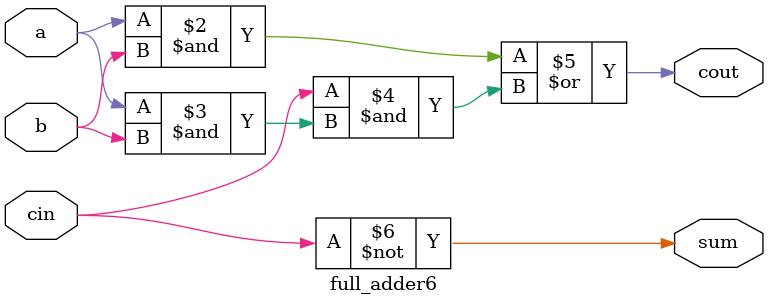
<source format=v>
module full_adder6(a,b,cin,sum,cout);
input a,b,cin;
output sum,cout;
assign sum = 1'b1^cin;
assign cout = a&b|cin&(a&b); 
// initial begin
//     $display("The incorrect adder with xor0 and xor1 having out/1 and in1/1");
// end   
endmodule
</source>
